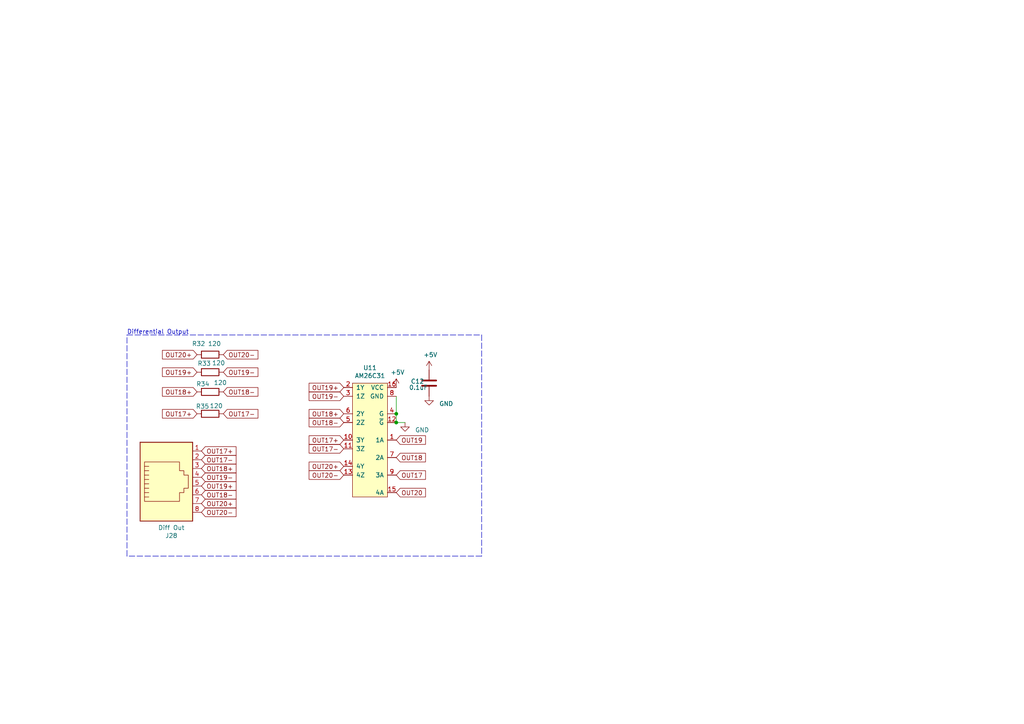
<source format=kicad_sch>
(kicad_sch (version 20211123) (generator eeschema)
  (paper "A4")
  (title_block (title "Pi CM4 16") (date "2022-09-03") (rev "v1") (company "Scott Hanson"))
  (lib_symbols
    (symbol "AM26C31:AM26C31" (pin_names (offset 1.016))
      (property "Reference" "IC" (at -5.08 17.78 0))
      (property "Value" "AM26C31" (at -5.08 -17.78 0))
      (symbol "AM26C31_0_0"
        (pin input line (at -7.62 0 0) (length 2.54) (name "1A") (number "1"))
        (pin output line (at 7.62 0 180) (length 2.54) (name "3Y") (number "10"))
        (pin output line (at 7.62 -2.54 180) (length 2.54) (name "3Z") (number "11"))
        (pin input line (at -7.62 5.08 0) (length 2.54) (name "~{G}") (number "12"))
        (pin output line (at 7.62 -10.16 180) (length 2.54) (name "4Z") (number "13"))
        (pin output line (at 7.62 -7.62 180) (length 2.54) (name "4Y") (number "14"))
        (pin input line (at -7.62 -15.24 0) (length 2.54) (name "4A") (number "15"))
        (pin power_in line (at -7.62 15.24 0) (length 2.54) (name "VCC") (number "16"))
        (pin output line (at 7.62 15.24 180) (length 2.54) (name "1Y") (number "2"))
        (pin output line (at 7.62 12.7 180) (length 2.54) (name "1Z") (number "3"))
        (pin input line (at -7.62 7.62 0) (length 2.54) (name "G") (number "4"))
        (pin output line (at 7.62 5.08 180) (length 2.54) (name "2Z") (number "5"))
        (pin output line (at 7.62 7.62 180) (length 2.54) (name "2Y") (number "6"))
        (pin input line (at -7.62 -5.08 0) (length 2.54) (name "2A") (number "7"))
        (pin power_in line (at -7.62 12.7 0) (length 2.54) (name "GND") (number "8"))
        (pin input line (at -7.62 -10.16 0) (length 2.54) (name "3A") (number "9"))
      )
      (symbol "AM26C31_0_1"
        (rectangle (start -5.08 16.51) (end 5.08 -16.51) (fill (type background)))
      )
    )
    (symbol "Connector:RJ45" (pin_names (offset 1.016))
      (property "Reference" "J" (at -5.08 13.97 0))
      (property "Value" "RJ45" (at 2.54 13.97 0))
      (symbol "RJ45_0_1"
        (polyline (pts (xy -5.08 4.445) (xy -6.35 4.445)))
        (polyline (pts (xy -5.08 5.715) (xy -6.35 5.715)))
        (polyline (pts (xy -6.35 -3.175) (xy -5.08 -3.175) (xy -5.08 -3.175)))
        (polyline (pts (xy -6.35 -1.905) (xy -5.08 -1.905) (xy -5.08 -1.905)))
        (polyline (pts (xy -6.35 -0.635) (xy -5.08 -0.635) (xy -5.08 -0.635)))
        (polyline (pts (xy -6.35 0.635) (xy -5.08 0.635) (xy -5.08 0.635)))
        (polyline (pts (xy -6.35 1.905) (xy -5.08 1.905) (xy -5.08 1.905)))
        (polyline (pts (xy -5.08 3.175) (xy -6.35 3.175) (xy -6.35 3.175)))
        (polyline (pts (xy -6.35 -4.445) (xy -6.35 6.985) (xy 3.81 6.985) (xy 3.81 4.445) (xy 5.08 4.445) (xy 5.08 3.175) (xy 6.35 3.175) (xy 6.35 -0.635) (xy 5.08 -0.635) (xy 5.08 -1.905) (xy 3.81 -1.905) (xy 3.81 -4.445) (xy -6.35 -4.445) (xy -6.35 -4.445)))
        (rectangle (start 7.62 12.7) (end -7.62 -10.16) (stroke (width 0.254)) (fill (type background)))
      )
      (symbol "RJ45_1_1"
        (pin passive line (at 10.16 -7.62 180) (length 2.54) (name "~") (number "1"))
        (pin passive line (at 10.16 -5.08 180) (length 2.54) (name "~") (number "2"))
        (pin passive line (at 10.16 -2.54 180) (length 2.54) (name "~") (number "3"))
        (pin passive line (at 10.16 0 180) (length 2.54) (name "~") (number "4"))
        (pin passive line (at 10.16 2.54 180) (length 2.54) (name "~") (number "5"))
        (pin passive line (at 10.16 5.08 180) (length 2.54) (name "~") (number "6"))
        (pin passive line (at 10.16 7.62 180) (length 2.54) (name "~") (number "7"))
        (pin passive line (at 10.16 10.16 180) (length 2.54) (name "~") (number "8"))
      )
    )
    (symbol "Device:C" (pin_numbers hide) (pin_names (offset 0.254))
      (property "Reference" "C" (at 0.635 2.54 0))
      (property "Value" "C" (at 0.635 -2.54 0))
      (symbol "C_0_1"
        (polyline (pts (xy -2.032 -0.762) (xy 2.032 -0.762)) (stroke (width 0.508)))
        (polyline (pts (xy -2.032 0.762) (xy 2.032 0.762)) (stroke (width 0.508)))
      )
      (symbol "C_1_1"
        (pin passive line (at 0 3.81 270) (length 2.794) (name "~") (number "1"))
        (pin passive line (at 0 -3.81 90) (length 2.794) (name "~") (number "2"))
      )
    )
    (symbol "Device:R" (pin_numbers hide) (pin_names (offset 0))
      (property "Reference" "R" (at 2.032 0 90))
      (property "Value" "R" (at 0 0 90))
      (symbol "R_0_1"
        (rectangle (start -1.016 -2.54) (end 1.016 2.54) (stroke (width 0.254)))
      )
      (symbol "R_1_1"
        (pin passive line (at 0 3.81 270) (length 1.27) (name "~") (number "1"))
        (pin passive line (at 0 -3.81 90) (length 1.27) (name "~") (number "2"))
      )
    )
    (symbol "power:+5V" (power) (pin_names (offset 0))
      (property "Value" "+5V" (at 0 3.556 0))
      (symbol "+5V_0_1"
        (polyline (pts (xy -0.762 1.27) (xy 0 2.54)))
        (polyline (pts (xy 0 0) (xy 0 2.54)))
        (polyline (pts (xy 0 2.54) (xy 0.762 1.27)))
      )
      (symbol "+5V_1_1"
        (pin power_in line (at 0 0 90) (length 0) hide (name "+5V") (number "1"))
      )
    )
    (symbol "power:GND" (power) (pin_names (offset 0))
      (property "Value" "GND" (at 0 -3.81 0))
      (symbol "GND_0_1"
        (polyline (pts (xy 0 0) (xy 0 -1.27) (xy 1.27 -1.27) (xy 0 -2.54) (xy -1.27 -1.27) (xy 0 -1.27)))
      )
      (symbol "GND_1_1"
        (pin power_in line (at 0 0 270) (length 0) hide (name "GND") (number "1"))
      )
    )
  )
  (junction (at 114.935 120.015))
  (junction (at 114.935 122.555))
  (wire (pts (xy 114.935 120.015) (xy 114.935 122.555)))
  (wire (pts (xy 114.935 114.935) (xy 114.935 120.015)))
  (polyline (pts (xy 139.7 161.29) (xy 36.83 161.29)))
  (wire (pts (xy 114.935 122.555) (xy 117.475 122.555)))
  (polyline (pts (xy 36.83 161.29) (xy 36.83 97.155)))
  (polyline (pts (xy 139.7 97.155) (xy 139.7 161.29)))
  (polyline (pts (xy 36.83 97.155) (xy 139.7 97.155)))
  (text "Differential Output" (at 36.83 97.155 0) (effects (font (size 1.27 1.27)) (justify left bottom)))
  (global_label "OUT20+" (shape input) (at 57.15 102.87 180) (property "Intersheet References" "${INTERSHEET_REFS}" (effects hide)))
  (global_label "OUT17-" (shape input) (at 99.695 130.175 180) (property "Intersheet References" "${INTERSHEET_REFS}" (effects hide)))
  (global_label "OUT18-" (shape input) (at 58.42 143.51 0) (property "Intersheet References" "${INTERSHEET_REFS}" (effects hide)))
  (global_label "OUT17+" (shape input) (at 99.695 127.635 180) (property "Intersheet References" "${INTERSHEET_REFS}" (effects hide)))
  (global_label "OUT19+" (shape input) (at 58.42 140.97 0) (property "Intersheet References" "${INTERSHEET_REFS}" (effects hide)))
  (global_label "OUT19+" (shape input) (at 57.15 107.95 180) (property "Intersheet References" "${INTERSHEET_REFS}" (effects hide)))
  (global_label "OUT19-" (shape input) (at 99.695 114.935 180) (property "Intersheet References" "${INTERSHEET_REFS}" (effects hide)))
  (global_label "OUT17-" (shape input) (at 64.77 120.015 0) (property "Intersheet References" "${INTERSHEET_REFS}" (effects hide)))
  (global_label "OUT18-" (shape input) (at 64.77 113.665 0) (property "Intersheet References" "${INTERSHEET_REFS}" (effects hide)))
  (global_label "OUT20-" (shape input) (at 64.77 102.87 0) (property "Intersheet References" "${INTERSHEET_REFS}" (effects hide)))
  (global_label "OUT17+" (shape input) (at 58.42 130.81 0) (property "Intersheet References" "${INTERSHEET_REFS}" (effects hide)))
  (global_label "OUT18" (shape input) (at 114.935 132.715 0) (property "Intersheet References" "${INTERSHEET_REFS}" (effects hide)))
  (global_label "OUT18-" (shape input) (at 99.695 122.555 180) (property "Intersheet References" "${INTERSHEET_REFS}" (effects hide)))
  (global_label "OUT20+" (shape input) (at 99.695 135.255 180) (property "Intersheet References" "${INTERSHEET_REFS}" (effects hide)))
  (global_label "OUT17-" (shape input) (at 58.42 133.35 0) (property "Intersheet References" "${INTERSHEET_REFS}" (effects hide)))
  (global_label "OUT20-" (shape input) (at 58.42 148.59 0) (property "Intersheet References" "${INTERSHEET_REFS}" (effects hide)))
  (global_label "OUT19-" (shape input) (at 58.42 138.43 0) (property "Intersheet References" "${INTERSHEET_REFS}" (effects hide)))
  (global_label "OUT18+" (shape input) (at 58.42 135.89 0) (property "Intersheet References" "${INTERSHEET_REFS}" (effects hide)))
  (global_label "OUT20" (shape input) (at 114.935 142.875 0) (property "Intersheet References" "${INTERSHEET_REFS}" (effects hide)))
  (global_label "OUT20-" (shape input) (at 99.695 137.795 180) (property "Intersheet References" "${INTERSHEET_REFS}" (effects hide)))
  (global_label "OUT20+" (shape input) (at 58.42 146.05 0) (property "Intersheet References" "${INTERSHEET_REFS}" (effects hide)))
  (global_label "OUT19+" (shape input) (at 99.695 112.395 180) (property "Intersheet References" "${INTERSHEET_REFS}" (effects hide)))
  (global_label "OUT19" (shape input) (at 114.935 127.635 0) (property "Intersheet References" "${INTERSHEET_REFS}" (effects hide)))
  (global_label "OUT18+" (shape input) (at 99.695 120.015 180) (property "Intersheet References" "${INTERSHEET_REFS}" (effects hide)))
  (global_label "OUT17+" (shape input) (at 57.15 120.015 180) (property "Intersheet References" "${INTERSHEET_REFS}" (effects hide)))
  (global_label "OUT19-" (shape input) (at 64.77 107.95 0) (property "Intersheet References" "${INTERSHEET_REFS}" (effects hide)))
  (global_label "OUT17" (shape input) (at 114.935 137.795 0) (property "Intersheet References" "${INTERSHEET_REFS}" (effects hide)))
  (global_label "OUT18+" (shape input) (at 57.15 113.665 180) (property "Intersheet References" "${INTERSHEET_REFS}" (effects hide)))
  (symbol (lib_id "Connector:RJ45") (at 48.26 138.43 0) (mirror x) (unit 1)
    (property "Reference" "J28" (at 49.7078 155.3718 0))
    (property "Value" "Diff Out" (at 49.7078 153.0604 0))
    (property "Footprint" "Scotts:RJ45_Amphenol_54602-x08_Horizontal" (effects hide))
    (property "Digi-Key_PN" "AE10392-ND" (effects hide))
    (property "MPN" "X05ADIWA1DY1022" (effects hide))
    (property "LCSC" "C2938579" (effects hide))
  )
  (symbol (lib_id "Device:R") (at 60.96 107.95 270) (unit 1)
    (property "Reference" "R33" (at 57.277 105.41 90) (effects (justify left)))
    (property "Value" "120" (at 61.468 105.283 90) (effects (justify left)))
    (property "Footprint" "Resistor_SMD:R_0603_1608Metric_Pad0.98x0.95mm_HandSolder" (effects hide))
    (property "Digi-Key_PN" "A129677CT-ND" (effects hide))
    (property "MPN" "CRGCQ0603F120R" (effects hide))
    (property "LCSC" "C22787" (effects hide))
  )
  (symbol (lib_id "Device:R") (at 60.96 102.87 90) (unit 1)
    (property "Reference" "R32" (at 59.563 99.695 90) (effects (justify left)))
    (property "Value" "120" (at 64.135 99.695 90) (effects (justify left)))
    (property "Footprint" "Resistor_SMD:R_0603_1608Metric_Pad0.98x0.95mm_HandSolder" (effects hide))
    (property "Digi-Key_PN" "A129677CT-ND" (effects hide))
    (property "MPN" "CRGCQ0603F120R" (effects hide))
    (property "LCSC" "C22787" (effects hide))
  )
  (symbol (lib_id "Device:R") (at 60.96 120.015 90) (unit 1)
    (property "Reference" "R35" (at 60.706 117.856 90) (effects (justify left)))
    (property "Value" "120" (at 64.643 117.729 90) (effects (justify left)))
    (property "Footprint" "Resistor_SMD:R_0603_1608Metric_Pad0.98x0.95mm_HandSolder" (effects hide))
    (property "Digi-Key_PN" "A129677CT-ND" (effects hide))
    (property "MPN" "CRGCQ0603F120R" (effects hide))
    (property "LCSC" "C22787" (effects hide))
  )
  (symbol (lib_id "Device:R") (at 60.96 113.665 270) (unit 1)
    (property "Reference" "R34" (at 56.896 111.379 90) (effects (justify left)))
    (property "Value" "120" (at 61.976 110.998 90) (effects (justify left)))
    (property "Footprint" "Resistor_SMD:R_0603_1608Metric_Pad0.98x0.95mm_HandSolder" (effects hide))
    (property "Digi-Key_PN" "A129677CT-ND" (effects hide))
    (property "MPN" "CRGCQ0603F120R" (effects hide))
    (property "LCSC" "C22787" (effects hide))
  )
  (symbol (lib_id "AM26C31:AM26C31") (at 107.315 127.635 0) (mirror y) (unit 1)
    (property "Reference" "U11" (at 107.315 106.68 0))
    (property "Value" "AM26C31" (at 107.315 108.9914 0))
    (property "Footprint" "Package_SO:SOIC-16_3.9x9.9mm_P1.27mm" (effects hide))
    (property "Datasheet" "http://www.ti.com.cn/cn/lit/ds/symlink/am26c31.pdf" (effects hide))
    (property "Farnell" "4975637" (effects hide))
    (property "Digi-Key_PN" "296-24344-1-ND" (effects hide))
    (property "MPN" "AM26C31IDR" (effects hide))
    (property "LCSC" "C157476" (effects hide))
  )
  (symbol (lib_id "Device:C") (at 124.46 111.125 0) (unit 1)
    (property "Reference" "C12" (at 119.126 110.617 0) (effects (justify left)))
    (property "Value" "0.1uF" (at 118.618 112.395 0) (effects (justify left)))
    (property "Footprint" "Capacitor_SMD:C_0603_1608Metric_Pad1.08x0.95mm_HandSolder" (effects hide))
    (property "Digi-Key_PN" "1276-1935-2-ND" (effects hide))
    (property "MPN" "CL10B104KB8NNWC" (effects hide))
    (property "LCSC" "C14663" (effects hide))
  )
  (symbol (lib_id "power:+5V") (at 114.935 112.395 0) (unit 1)
    (property "Reference" "#PWR073" (effects hide))
    (property "Value" "+5V" (at 115.316 108.0008 0))
  )
  (symbol (lib_id "power:GND") (at 117.475 122.555 0) (unit 1)
    (property "Reference" "#PWR075" (effects hide))
    (property "Value" "GND" (at 122.428 124.714 0))
  )
  (symbol (lib_id "power:+5V") (at 124.46 107.315 0) (unit 1)
    (property "Reference" "#PWR072" (effects hide))
    (property "Value" "+5V" (at 124.841 102.9208 0))
  )
  (symbol (lib_id "power:GND") (at 124.46 114.935 0) (unit 1)
    (property "Reference" "#PWR074" (effects hide))
    (property "Value" "GND" (at 129.413 117.094 0))
  )
)
</source>
